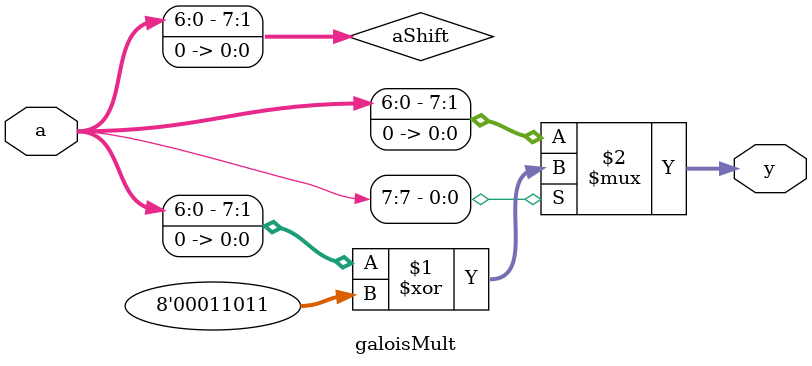
<source format=sv>

module mixColumns(input  logic [127:0]noMixColumns,
                  output logic [127:0]mixColumns);

  mixColumn mc0(noMixColumns[127:96], mixColumns[127:96]);
  mixColumn mc1(noMixColumns[95:64],  mixColumns[95:64]);
  mixColumn mc2(noMixColumns[63:32],  mixColumns[63:32]);
  mixColumn mc3(noMixColumns[31:0],   mixColumns[31:0]);
endmodule

/////////////////////////////////////////////
// mixcolumn
//   Perform Galois field operations on bytes in a column
//   See EQ(4) from E. Ahmed et al, Lightweight Mix Columns Implementation for AES, AIC09
//   for this hardware implementation
/////////////////////////////////////////////

module mixColumn(input  logic [31:0] a,
                 output logic [31:0] y);
                      
        logic [7:0] a0, a1, a2, a3, y0, y1, y2, y3, t0, t1, t2, t3, tmp;
        
        assign {a0, a1, a2, a3} = a;
        assign tmp = a0 ^ a1 ^ a2 ^ a3;
    
        galoisMult gm0(a0^a1, t0);
        galoisMult gm1(a1^a2, t1);
        galoisMult gm2(a2^a3, t2);
        galoisMult gm3(a3^a0, t3);
        
        assign y0 = a0 ^ tmp ^ t0;
        assign y1 = a1 ^ tmp ^ t1;
        assign y2 = a2 ^ tmp ^ t2;
        assign y3 = a3 ^ tmp ^ t3;
        assign y = {y0, y1, y2, y3};    
endmodule

/////////////////////////////////////////////
// galoismult
//   Multiply by x in GF(2^8) is a left shift
//   followed by an XOR if the result overflows
//   Uses irreducible polynomial x^8+x^4+x^3+x+1 = 00011011
/////////////////////////////////////////////

module galoisMult(input  logic [7:0] a,
                  output logic [7:0] y);

    logic [7:0] aShift;
    
    assign aShift = {a[6:0], 1'b0};
    assign y = a[7] ? (aShift ^ 8'b00011011) : aShift;
endmodule

</source>
